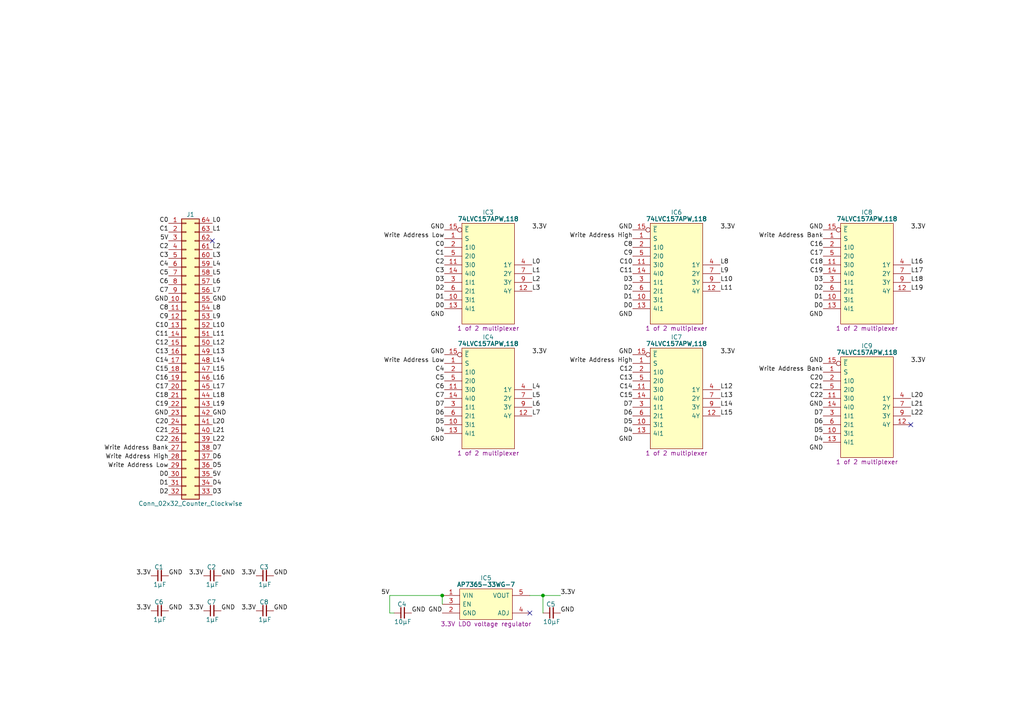
<source format=kicad_sch>
(kicad_sch (version 20230121) (generator eeschema)
  (paper "A4")
  (lib_symbols
    (symbol "Connector_Generic:Conn_02x32_Counter_Clockwise" (pin_names (offset 1.016) hide)
      (property "Reference" "J" (at 1.27 40.64 0))
      (property "Value" "Conn_02x32_Counter_Clockwise" (at 1.27 -43.18 0))
      (symbol "Conn_02x32_Counter_Clockwise_1_1"
        (rectangle (start -1.27 -40.513) (end 0 -40.767) (stroke (width 0.1524)))
        (rectangle (start -1.27 -37.973) (end 0 -38.227) (stroke (width 0.1524)))
        (rectangle (start -1.27 -35.433) (end 0 -35.687) (stroke (width 0.1524)))
        (rectangle (start -1.27 -32.893) (end 0 -33.147) (stroke (width 0.1524)))
        (rectangle (start -1.27 -30.353) (end 0 -30.607) (stroke (width 0.1524)))
        (rectangle (start -1.27 -27.813) (end 0 -28.067) (stroke (width 0.1524)))
        (rectangle (start -1.27 -25.273) (end 0 -25.527) (stroke (width 0.1524)))
        (rectangle (start -1.27 -22.733) (end 0 -22.987) (stroke (width 0.1524)))
        (rectangle (start -1.27 -20.193) (end 0 -20.447) (stroke (width 0.1524)))
        (rectangle (start -1.27 -17.653) (end 0 -17.907) (stroke (width 0.1524)))
        (rectangle (start -1.27 -15.113) (end 0 -15.367) (stroke (width 0.1524)))
        (rectangle (start -1.27 -12.573) (end 0 -12.827) (stroke (width 0.1524)))
        (rectangle (start -1.27 -10.033) (end 0 -10.287) (stroke (width 0.1524)))
        (rectangle (start -1.27 -7.493) (end 0 -7.747) (stroke (width 0.1524)))
        (rectangle (start -1.27 -4.953) (end 0 -5.207) (stroke (width 0.1524)))
        (rectangle (start -1.27 -2.413) (end 0 -2.667) (stroke (width 0.1524)))
        (rectangle (start -1.27 0.127) (end 0 -0.127) (stroke (width 0.1524)))
        (rectangle (start -1.27 2.667) (end 0 2.413) (stroke (width 0.1524)))
        (rectangle (start -1.27 5.207) (end 0 4.953) (stroke (width 0.1524)))
        (rectangle (start -1.27 7.747) (end 0 7.493) (stroke (width 0.1524)))
        (rectangle (start -1.27 10.287) (end 0 10.033) (stroke (width 0.1524)))
        (rectangle (start -1.27 12.827) (end 0 12.573) (stroke (width 0.1524)))
        (rectangle (start -1.27 15.367) (end 0 15.113) (stroke (width 0.1524)))
        (rectangle (start -1.27 17.907) (end 0 17.653) (stroke (width 0.1524)))
        (rectangle (start -1.27 20.447) (end 0 20.193) (stroke (width 0.1524)))
        (rectangle (start -1.27 22.987) (end 0 22.733) (stroke (width 0.1524)))
        (rectangle (start -1.27 25.527) (end 0 25.273) (stroke (width 0.1524)))
        (rectangle (start -1.27 28.067) (end 0 27.813) (stroke (width 0.1524)))
        (rectangle (start -1.27 30.607) (end 0 30.353) (stroke (width 0.1524)))
        (rectangle (start -1.27 33.147) (end 0 32.893) (stroke (width 0.1524)))
        (rectangle (start -1.27 35.687) (end 0 35.433) (stroke (width 0.1524)))
        (rectangle (start -1.27 38.227) (end 0 37.973) (stroke (width 0.1524)))
        (rectangle (start -1.27 39.37) (end 3.81 -41.91) (stroke (width 0.254)) (fill (type background)))
        (rectangle (start 3.81 -40.513) (end 2.54 -40.767) (stroke (width 0.1524)))
        (rectangle (start 3.81 -37.973) (end 2.54 -38.227) (stroke (width 0.1524)))
        (rectangle (start 3.81 -35.433) (end 2.54 -35.687) (stroke (width 0.1524)))
        (rectangle (start 3.81 -32.893) (end 2.54 -33.147) (stroke (width 0.1524)))
        (rectangle (start 3.81 -30.353) (end 2.54 -30.607) (stroke (width 0.1524)))
        (rectangle (start 3.81 -27.813) (end 2.54 -28.067) (stroke (width 0.1524)))
        (rectangle (start 3.81 -25.273) (end 2.54 -25.527) (stroke (width 0.1524)))
        (rectangle (start 3.81 -22.733) (end 2.54 -22.987) (stroke (width 0.1524)))
        (rectangle (start 3.81 -20.193) (end 2.54 -20.447) (stroke (width 0.1524)))
        (rectangle (start 3.81 -17.653) (end 2.54 -17.907) (stroke (width 0.1524)))
        (rectangle (start 3.81 -15.113) (end 2.54 -15.367) (stroke (width 0.1524)))
        (rectangle (start 3.81 -12.573) (end 2.54 -12.827) (stroke (width 0.1524)))
        (rectangle (start 3.81 -10.033) (end 2.54 -10.287) (stroke (width 0.1524)))
        (rectangle (start 3.81 -7.493) (end 2.54 -7.747) (stroke (width 0.1524)))
        (rectangle (start 3.81 -4.953) (end 2.54 -5.207) (stroke (width 0.1524)))
        (rectangle (start 3.81 -2.413) (end 2.54 -2.667) (stroke (width 0.1524)))
        (rectangle (start 3.81 0.127) (end 2.54 -0.127) (stroke (width 0.1524)))
        (rectangle (start 3.81 2.667) (end 2.54 2.413) (stroke (width 0.1524)))
        (rectangle (start 3.81 5.207) (end 2.54 4.953) (stroke (width 0.1524)))
        (rectangle (start 3.81 7.747) (end 2.54 7.493) (stroke (width 0.1524)))
        (rectangle (start 3.81 10.287) (end 2.54 10.033) (stroke (width 0.1524)))
        (rectangle (start 3.81 12.827) (end 2.54 12.573) (stroke (width 0.1524)))
        (rectangle (start 3.81 15.367) (end 2.54 15.113) (stroke (width 0.1524)))
        (rectangle (start 3.81 17.907) (end 2.54 17.653) (stroke (width 0.1524)))
        (rectangle (start 3.81 20.447) (end 2.54 20.193) (stroke (width 0.1524)))
        (rectangle (start 3.81 22.987) (end 2.54 22.733) (stroke (width 0.1524)))
        (rectangle (start 3.81 25.527) (end 2.54 25.273) (stroke (width 0.1524)))
        (rectangle (start 3.81 28.067) (end 2.54 27.813) (stroke (width 0.1524)))
        (rectangle (start 3.81 30.607) (end 2.54 30.353) (stroke (width 0.1524)))
        (rectangle (start 3.81 33.147) (end 2.54 32.893) (stroke (width 0.1524)))
        (rectangle (start 3.81 35.687) (end 2.54 35.433) (stroke (width 0.1524)))
        (rectangle (start 3.81 38.227) (end 2.54 37.973) (stroke (width 0.1524)))
        (pin passive line (at -5.08 38.1 0) (length 3.81) (name "Pin_1") (number "1"))
        (pin passive line (at -5.08 15.24 0) (length 3.81) (name "Pin_10") (number "10"))
        (pin passive line (at -5.08 12.7 0) (length 3.81) (name "Pin_11") (number "11"))
        (pin passive line (at -5.08 10.16 0) (length 3.81) (name "Pin_12") (number "12"))
        (pin passive line (at -5.08 7.62 0) (length 3.81) (name "Pin_13") (number "13"))
        (pin passive line (at -5.08 5.08 0) (length 3.81) (name "Pin_14") (number "14"))
        (pin passive line (at -5.08 2.54 0) (length 3.81) (name "Pin_15") (number "15"))
        (pin passive line (at -5.08 0 0) (length 3.81) (name "Pin_16") (number "16"))
        (pin passive line (at -5.08 -2.54 0) (length 3.81) (name "Pin_17") (number "17"))
        (pin passive line (at -5.08 -5.08 0) (length 3.81) (name "Pin_18") (number "18"))
        (pin passive line (at -5.08 -7.62 0) (length 3.81) (name "Pin_19") (number "19"))
        (pin passive line (at -5.08 35.56 0) (length 3.81) (name "Pin_2") (number "2"))
        (pin passive line (at -5.08 -10.16 0) (length 3.81) (name "Pin_20") (number "20"))
        (pin passive line (at -5.08 -12.7 0) (length 3.81) (name "Pin_21") (number "21"))
        (pin passive line (at -5.08 -15.24 0) (length 3.81) (name "Pin_22") (number "22"))
        (pin passive line (at -5.08 -17.78 0) (length 3.81) (name "Pin_23") (number "23"))
        (pin passive line (at -5.08 -20.32 0) (length 3.81) (name "Pin_24") (number "24"))
        (pin passive line (at -5.08 -22.86 0) (length 3.81) (name "Pin_25") (number "25"))
        (pin passive line (at -5.08 -25.4 0) (length 3.81) (name "Pin_26") (number "26"))
        (pin passive line (at -5.08 -27.94 0) (length 3.81) (name "Pin_27") (number "27"))
        (pin passive line (at -5.08 -30.48 0) (length 3.81) (name "Pin_28") (number "28"))
        (pin passive line (at -5.08 -33.02 0) (length 3.81) (name "Pin_29") (number "29"))
        (pin passive line (at -5.08 33.02 0) (length 3.81) (name "Pin_3") (number "3"))
        (pin passive line (at -5.08 -35.56 0) (length 3.81) (name "Pin_30") (number "30"))
        (pin passive line (at -5.08 -38.1 0) (length 3.81) (name "Pin_31") (number "31"))
        (pin passive line (at -5.08 -40.64 0) (length 3.81) (name "Pin_32") (number "32"))
        (pin passive line (at 7.62 -40.64 180) (length 3.81) (name "Pin_33") (number "33"))
        (pin passive line (at 7.62 -38.1 180) (length 3.81) (name "Pin_34") (number "34"))
        (pin passive line (at 7.62 -35.56 180) (length 3.81) (name "Pin_35") (number "35"))
        (pin passive line (at 7.62 -33.02 180) (length 3.81) (name "Pin_36") (number "36"))
        (pin passive line (at 7.62 -30.48 180) (length 3.81) (name "Pin_37") (number "37"))
        (pin passive line (at 7.62 -27.94 180) (length 3.81) (name "Pin_38") (number "38"))
        (pin passive line (at 7.62 -25.4 180) (length 3.81) (name "Pin_39") (number "39"))
        (pin passive line (at -5.08 30.48 0) (length 3.81) (name "Pin_4") (number "4"))
        (pin passive line (at 7.62 -22.86 180) (length 3.81) (name "Pin_40") (number "40"))
        (pin passive line (at 7.62 -20.32 180) (length 3.81) (name "Pin_41") (number "41"))
        (pin passive line (at 7.62 -17.78 180) (length 3.81) (name "Pin_42") (number "42"))
        (pin passive line (at 7.62 -15.24 180) (length 3.81) (name "Pin_43") (number "43"))
        (pin passive line (at 7.62 -12.7 180) (length 3.81) (name "Pin_44") (number "44"))
        (pin passive line (at 7.62 -10.16 180) (length 3.81) (name "Pin_45") (number "45"))
        (pin passive line (at 7.62 -7.62 180) (length 3.81) (name "Pin_46") (number "46"))
        (pin passive line (at 7.62 -5.08 180) (length 3.81) (name "Pin_47") (number "47"))
        (pin passive line (at 7.62 -2.54 180) (length 3.81) (name "Pin_48") (number "48"))
        (pin passive line (at 7.62 0 180) (length 3.81) (name "Pin_49") (number "49"))
        (pin passive line (at -5.08 27.94 0) (length 3.81) (name "Pin_5") (number "5"))
        (pin passive line (at 7.62 2.54 180) (length 3.81) (name "Pin_50") (number "50"))
        (pin passive line (at 7.62 5.08 180) (length 3.81) (name "Pin_51") (number "51"))
        (pin passive line (at 7.62 7.62 180) (length 3.81) (name "Pin_52") (number "52"))
        (pin passive line (at 7.62 10.16 180) (length 3.81) (name "Pin_53") (number "53"))
        (pin passive line (at 7.62 12.7 180) (length 3.81) (name "Pin_54") (number "54"))
        (pin passive line (at 7.62 15.24 180) (length 3.81) (name "Pin_55") (number "55"))
        (pin passive line (at 7.62 17.78 180) (length 3.81) (name "Pin_56") (number "56"))
        (pin passive line (at 7.62 20.32 180) (length 3.81) (name "Pin_57") (number "57"))
        (pin passive line (at 7.62 22.86 180) (length 3.81) (name "Pin_58") (number "58"))
        (pin passive line (at 7.62 25.4 180) (length 3.81) (name "Pin_59") (number "59"))
        (pin passive line (at -5.08 25.4 0) (length 3.81) (name "Pin_6") (number "6"))
        (pin passive line (at 7.62 27.94 180) (length 3.81) (name "Pin_60") (number "60"))
        (pin passive line (at 7.62 30.48 180) (length 3.81) (name "Pin_61") (number "61"))
        (pin passive line (at 7.62 33.02 180) (length 3.81) (name "Pin_62") (number "62"))
        (pin passive line (at 7.62 35.56 180) (length 3.81) (name "Pin_63") (number "63"))
        (pin passive line (at 7.62 38.1 180) (length 3.81) (name "Pin_64") (number "64"))
        (pin passive line (at -5.08 22.86 0) (length 3.81) (name "Pin_7") (number "7"))
        (pin passive line (at -5.08 20.32 0) (length 3.81) (name "Pin_8") (number "8"))
        (pin passive line (at -5.08 17.78 0) (length 3.81) (name "Pin_9") (number "9"))
      )
    )
    (symbol "Diodes_Inc:AP7365-33WG-7" (pin_names (offset 0.762))
      (property "Reference" "IC" (at 12.7 5.08 0))
      (property "Value" "AP7365-33WG-7" (at 12.7 3.175 0))
      (property "Description" "3.3V LDO voltage regulator" (at 12.7 -8.255 0))
      (symbol "AP7365-33WG-7_0_0"
        (pin passive line (at 0 0 0) (length 5.08) (name "VIN") (number "1"))
        (pin passive line (at 0 -5.08 0) (length 5.08) (name "GND") (number "2"))
        (pin input line (at 0 -2.54 0) (length 5.08) (name "EN") (number "3"))
        (pin passive line (at 25.4 -5.08 180) (length 5.08) (name "ADJ") (number "4"))
        (pin passive line (at 25.4 0 180) (length 5.08) (name "VOUT") (number "5"))
      )
      (symbol "AP7365-33WG-7_0_1"
        (polyline (pts (xy 5.08 1.905) (xy 20.32 1.905) (xy 20.32 -6.985) (xy 5.08 -6.985) (xy 5.08 1.905)) (fill (type background)))
      )
    )
    (symbol "HCP65:C_0805" (pin_numbers hide) (pin_names (offset 0.254) hide)
      (property "Reference" "C" (at 2.286 2.54 0))
      (property "Value" "?μF" (at 2.54 -2.54 0))
      (symbol "C_0805_0_1"
        (polyline (pts (xy 1.9685 -1.4605) (xy 1.9685 1.5875)) (stroke (width 0.3048)))
        (polyline (pts (xy 2.9845 -1.4605) (xy 2.9845 1.5875)) (stroke (width 0.3302)))
      )
      (symbol "C_0805_1_1"
        (pin passive line (at 0 0 0) (length 2.032) (name "~") (number "1"))
        (pin passive line (at 5.08 0 180) (length 2.032) (name "~") (number "2"))
      )
    )
    (symbol "Nexperia:74LVC157APW,118" (pin_names (offset 0.762))
      (property "Reference" "IC" (at 12.7 5.08 0))
      (property "Value" "74LVC157APW,118" (at 12.7 3.175 0))
      (property "Description" "1 of 2 multiplexer" (at 12.7 -28.575 0))
      (symbol "74LVC157APW,118_0_0"
        (pin input line (at 0 -2.54 0) (length 5.08) (name "S") (number "1"))
        (pin input line (at 0 -20.32 0) (length 5.08) (name "3I1") (number "10"))
        (pin input line (at 0 -10.16 0) (length 5.08) (name "3I0") (number "11"))
        (pin output line (at 25.4 -17.78 180) (length 5.08) (name "4Y") (number "12"))
        (pin input line (at 0 -22.86 0) (length 5.08) (name "4I1") (number "13"))
        (pin input line (at 0 -12.7 0) (length 5.08) (name "4I0") (number "14"))
        (pin passive line (at 25.4 0 180) (length 5.08) hide (name "3V") (number "16"))
        (pin input line (at 0 -5.08 0) (length 5.08) (name "1I0") (number "2"))
        (pin input line (at 0 -15.24 0) (length 5.08) (name "1I1") (number "3"))
        (pin output line (at 25.4 -10.16 180) (length 5.08) (name "1Y") (number "4"))
        (pin input line (at 0 -7.62 0) (length 5.08) (name "2I0") (number "5"))
        (pin input line (at 0 -17.78 0) (length 5.08) (name "2I1") (number "6"))
        (pin output line (at 25.4 -12.7 180) (length 5.08) (name "2Y") (number "7"))
        (pin passive line (at 0 -25.4 0) (length 5.08) hide (name "GND") (number "8"))
        (pin output line (at 25.4 -15.24 180) (length 5.08) (name "3Y") (number "9"))
      )
      (symbol "74LVC157APW,118_0_1"
        (polyline (pts (xy 5.08 1.905) (xy 20.32 1.905) (xy 20.32 -27.305) (xy 5.08 -27.305) (xy 5.08 1.905)) (stroke (width 0.1524)) (fill (type background)))
      )
      (symbol "74LVC157APW,118_1_0"
        (pin input inverted (at 0 0 0) (length 5.08) (name "~{E}") (number "15"))
      )
    )
  )
  (junction (at 128.27 172.72))
  (junction (at 157.48 172.72))
  (no_connect (at 61.595 69.85))
  (no_connect (at 153.67 177.8))
  (no_connect (at 264.16 123.19))
  (wire (pts (xy 157.48 177.8) (xy 157.48 172.72)))
  (wire (pts (xy 113.03 172.72) (xy 128.27 172.72)))
  (wire (pts (xy 128.27 172.72) (xy 128.27 175.26)))
  (wire (pts (xy 153.67 172.72) (xy 157.48 172.72)))
  (wire (pts (xy 113.03 172.72) (xy 113.03 177.8)))
  (wire (pts (xy 113.03 177.8) (xy 114.3 177.8)))
  (wire (pts (xy 157.48 172.72) (xy 162.56 172.72)))
  (label "Write Address Bank" (at 48.895 130.81 180))
  (label "L16" (at 264.16 76.835 0))
  (label "C20" (at 238.76 110.49 180))
  (label "C12" (at 48.895 100.33 180))
  (label "D1" (at 238.76 86.995 180))
  (label "D3" (at 183.515 81.915 180))
  (label "C15" (at 183.515 115.57 180))
  (label "L20" (at 61.595 123.19 0))
  (label "C7" (at 48.895 85.09 180))
  (label "C16" (at 48.895 110.49 180))
  (label "3.3V" (at 154.305 66.675 0))
  (label "C1" (at 128.905 74.295 180))
  (label "GND" (at 128.905 102.87 180))
  (label "GND" (at 128.905 128.27 180))
  (label "L19" (at 264.16 84.455 0))
  (label "GND" (at 238.76 105.41 180))
  (label "5V" (at 61.595 138.43 0))
  (label "D7" (at 183.515 118.11 180))
  (label "C1" (at 48.895 67.31 180))
  (label "GND" (at 64.135 177.165 0))
  (label "3.3V" (at 59.055 167.005 180))
  (label "L5" (at 154.305 115.57 0))
  (label "GND" (at 162.56 177.8 0))
  (label "3.3V" (at 208.915 66.675 0))
  (label "5V" (at 48.895 69.85 180))
  (label "L11" (at 61.595 97.79 0))
  (label "C22" (at 238.76 115.57 180))
  (label "GND" (at 238.76 92.075 180))
  (label "D6" (at 238.76 123.19 180))
  (label "D0" (at 128.905 89.535 180))
  (label "L13" (at 61.595 102.87 0))
  (label "D0" (at 48.895 138.43 180))
  (label "L2" (at 61.595 72.39 0))
  (label "L17" (at 264.16 79.375 0))
  (label "C13" (at 48.895 102.87 180))
  (label "L21" (at 61.595 125.73 0))
  (label "C14" (at 183.515 113.03 180))
  (label "GND" (at 48.895 167.005 0))
  (label "C21" (at 48.895 125.73 180))
  (label "L1" (at 154.305 79.375 0))
  (label "C13" (at 183.515 110.49 180))
  (label "C6" (at 48.895 82.55 180))
  (label "L7" (at 61.595 85.09 0))
  (label "D7" (at 128.905 118.11 180))
  (label "L2" (at 154.305 81.915 0))
  (label "GND" (at 79.375 177.165 0))
  (label "C17" (at 238.76 74.295 180))
  (label "L7" (at 154.305 120.65 0))
  (label "D2" (at 128.905 84.455 180))
  (label "GND" (at 119.38 177.8 0))
  (label "5V" (at 113.03 172.72 180))
  (label "3.3V" (at 43.815 177.165 180))
  (label "L9" (at 61.595 92.71 0))
  (label "C21" (at 238.76 113.03 180))
  (label "D5" (at 61.595 135.89 0))
  (label "GND" (at 128.905 92.075 180))
  (label "C8" (at 183.515 71.755 180))
  (label "3.3V" (at 264.16 66.675 0))
  (label "C22" (at 48.895 128.27 180))
  (label "L14" (at 61.595 105.41 0))
  (label "C5" (at 128.905 110.49 180))
  (label "GND" (at 183.515 128.27 180))
  (label "D3" (at 61.595 143.51 0))
  (label "C4" (at 48.895 77.47 180))
  (label "D5" (at 128.905 123.19 180))
  (label "D0" (at 183.515 89.535 180))
  (label "L10" (at 208.915 81.915 0))
  (label "GND" (at 48.895 177.165 0))
  (label "C9" (at 183.515 74.295 180))
  (label "GND" (at 128.27 177.8 180))
  (label "Write Address High" (at 183.515 69.215 180))
  (label "L19" (at 61.595 118.11 0))
  (label "D6" (at 183.515 120.65 180))
  (label "D7" (at 61.595 130.81 0))
  (label "L3" (at 61.595 74.93 0))
  (label "C9" (at 48.895 92.71 180))
  (label "L10" (at 61.595 95.25 0))
  (label "C0" (at 48.895 64.77 180))
  (label "GND" (at 48.895 87.63 180))
  (label "D0" (at 238.76 89.535 180))
  (label "D5" (at 183.515 123.19 180))
  (label "C17" (at 48.895 113.03 180))
  (label "C11" (at 48.895 97.79 180))
  (label "L21" (at 264.16 118.11 0))
  (label "C15" (at 48.895 107.95 180))
  (label "GND" (at 79.375 167.005 0))
  (label "D3" (at 238.76 81.915 180))
  (label "C8" (at 48.895 90.17 180))
  (label "L12" (at 61.595 100.33 0))
  (label "L16" (at 61.595 110.49 0))
  (label "GND" (at 61.595 87.63 0))
  (label "C14" (at 48.895 105.41 180))
  (label "L0" (at 154.305 76.835 0))
  (label "L17" (at 61.595 113.03 0))
  (label "L15" (at 208.915 120.65 0))
  (label "C16" (at 238.76 71.755 180))
  (label "D4" (at 61.595 140.97 0))
  (label "C12" (at 183.515 107.95 180))
  (label "D6" (at 61.595 133.35 0))
  (label "GND" (at 238.76 66.675 180))
  (label "C7" (at 128.905 115.57 180))
  (label "C2" (at 128.905 76.835 180))
  (label "C2" (at 48.895 72.39 180))
  (label "D2" (at 183.515 84.455 180))
  (label "D7" (at 238.76 120.65 180))
  (label "Write Address Low" (at 48.895 135.89 180))
  (label "GND" (at 128.905 66.675 180))
  (label "GND" (at 238.76 130.81 180))
  (label "GND" (at 183.515 92.075 180))
  (label "GND" (at 48.895 120.65 180))
  (label "3.3V" (at 59.055 177.165 180))
  (label "C10" (at 48.895 95.25 180))
  (label "C11" (at 183.515 79.375 180))
  (label "Write Address Low" (at 128.905 69.215 180))
  (label "Write Address High" (at 183.515 105.41 180))
  (label "D6" (at 128.905 120.65 180))
  (label "C10" (at 183.515 76.835 180))
  (label "C18" (at 238.76 76.835 180))
  (label "C3" (at 128.905 79.375 180))
  (label "Write Address Bank" (at 238.76 107.95 180))
  (label "L0" (at 61.595 64.77 0))
  (label "3.3V" (at 162.56 172.72 0))
  (label "L15" (at 61.595 107.95 0))
  (label "C19" (at 48.895 118.11 180))
  (label "D1" (at 183.515 86.995 180))
  (label "C4" (at 128.905 107.95 180))
  (label "L12" (at 208.915 113.03 0))
  (label "D2" (at 48.895 143.51 180))
  (label "L5" (at 61.595 80.01 0))
  (label "L3" (at 154.305 84.455 0))
  (label "Write Address Bank" (at 238.76 69.215 180))
  (label "L18" (at 61.595 115.57 0))
  (label "GND" (at 238.76 118.11 180))
  (label "D1" (at 48.895 140.97 180))
  (label "3.3V" (at 264.16 105.41 0))
  (label "L11" (at 208.915 84.455 0))
  (label "L22" (at 61.595 128.27 0))
  (label "L1" (at 61.595 67.31 0))
  (label "L6" (at 61.595 82.55 0))
  (label "D5" (at 238.76 125.73 180))
  (label "GND" (at 183.515 102.87 180))
  (label "Write Address Low" (at 128.905 105.41 180))
  (label "C3" (at 48.895 74.93 180))
  (label "Write Address High" (at 48.895 133.35 180))
  (label "L4" (at 61.595 77.47 0))
  (label "3.3V" (at 74.295 177.165 180))
  (label "D4" (at 238.76 128.27 180))
  (label "L13" (at 208.915 115.57 0))
  (label "C18" (at 48.895 115.57 180))
  (label "D1" (at 128.905 86.995 180))
  (label "L18" (at 264.16 81.915 0))
  (label "L9" (at 208.915 79.375 0))
  (label "C20" (at 48.895 123.19 180))
  (label "L14" (at 208.915 118.11 0))
  (label "C5" (at 48.895 80.01 180))
  (label "3.3V" (at 208.915 102.87 0))
  (label "L6" (at 154.305 118.11 0))
  (label "L20" (at 264.16 115.57 0))
  (label "L4" (at 154.305 113.03 0))
  (label "L8" (at 61.595 90.17 0))
  (label "D3" (at 128.905 81.915 180))
  (label "GND" (at 61.595 120.65 0))
  (label "C19" (at 238.76 79.375 180))
  (label "C0" (at 128.905 71.755 180))
  (label "D4" (at 128.905 125.73 180))
  (label "D4" (at 183.515 125.73 180))
  (label "3.3V" (at 43.815 167.005 180))
  (label "D2" (at 238.76 84.455 180))
  (label "3.3V" (at 154.305 102.87 0))
  (label "C6" (at 128.905 113.03 180))
  (label "L22" (at 264.16 120.65 0))
  (label "L8" (at 208.915 76.835 0))
  (label "GND" (at 183.515 66.675 180))
  (label "GND" (at 64.135 167.005 0))
  (label "3.3V" (at 74.295 167.005 180))
  (symbol (lib_id "Connector_Generic:Conn_02x32_Counter_Clockwise") (at 53.975 102.87 0) (unit 1)
    (property "Reference" "J1" (at 55.245 62.23 0))
    (property "Value" "Conn_02x32_Counter_Clockwise" (at 55.245 146.05 0))
    (property "Footprint" "SamacSys_Parts:DIP-64_Board_W15.24mm" (effects hide))
  )
  (symbol (lib_id "Nexperia:74LVC157APW,118") (at 238.76 105.41 0) (unit 1)
    (property "Reference" "IC9" (at 251.46 100.33 0))
    (property "Value" "74LVC157APW,118" (at 251.46 102.235 0) (effects (font bold)))
    (property "Footprint" "SOP65P640X110-16N" (effects hide))
    (property "Datasheet" "https://assets.nexperia.com/documents/data-sheet/74LVC157A.pdf" (effects hide))
    (property "Description" "1 of 2 multiplexer" (at 251.46 133.985 0))
    (property "Height" "1.1" (effects hide))
    (property "Mouser Part Number" "771-74LVC157APW-T" (effects hide))
    (property "Mouser Price/Stock" "https://www.mouser.co.uk/ProductDetail/Nexperia/74LVC157APW118?qs=me8TqzrmIYWzCqHfrjyLrQ%3D%3D" (effects hide))
    (property "Manufacturer_Name" "Nexperia" (effects hide))
    (property "Manufacturer_Part_Number" "74LVC157APW,118" (effects hide))
    (property "Silkscreen" "74LVC157" (effects hide))
  )
  (symbol (lib_id "Nexperia:74LVC157APW,118") (at 128.905 102.87 0) (unit 1)
    (property "Reference" "IC4" (at 141.605 97.79 0))
    (property "Value" "74LVC157APW,118" (at 141.605 99.695 0) (effects (font bold)))
    (property "Footprint" "SOP65P640X110-16N" (effects hide))
    (property "Datasheet" "https://assets.nexperia.com/documents/data-sheet/74LVC157A.pdf" (effects hide))
    (property "Description" "1 of 2 multiplexer" (at 141.605 131.445 0))
    (property "Height" "1.1" (effects hide))
    (property "Mouser Part Number" "771-74LVC157APW-T" (effects hide))
    (property "Mouser Price/Stock" "https://www.mouser.co.uk/ProductDetail/Nexperia/74LVC157APW118?qs=me8TqzrmIYWzCqHfrjyLrQ%3D%3D" (effects hide))
    (property "Manufacturer_Name" "Nexperia" (effects hide))
    (property "Manufacturer_Part_Number" "74LVC157APW,118" (effects hide))
    (property "Silkscreen" "74LVC157" (effects hide))
  )
  (symbol (lib_id "Nexperia:74LVC157APW,118") (at 238.76 66.675 0) (unit 1)
    (property "Reference" "IC8" (at 251.46 61.595 0))
    (property "Value" "74LVC157APW,118" (at 251.46 63.5 0) (effects (font bold)))
    (property "Footprint" "SOP65P640X110-16N" (effects hide))
    (property "Datasheet" "https://assets.nexperia.com/documents/data-sheet/74LVC157A.pdf" (effects hide))
    (property "Description" "1 of 2 multiplexer" (at 251.46 95.25 0))
    (property "Height" "1.1" (effects hide))
    (property "Mouser Part Number" "771-74LVC157APW-T" (effects hide))
    (property "Mouser Price/Stock" "https://www.mouser.co.uk/ProductDetail/Nexperia/74LVC157APW118?qs=me8TqzrmIYWzCqHfrjyLrQ%3D%3D" (effects hide))
    (property "Manufacturer_Name" "Nexperia" (effects hide))
    (property "Manufacturer_Part_Number" "74LVC157APW,118" (effects hide))
    (property "Silkscreen" "74LVC157" (effects hide))
  )
  (symbol (lib_id "HCP65:C_0805") (at 114.3 177.8 0) (unit 1)
    (property "Reference" "C4" (at 116.586 175.26 0))
    (property "Value" "10µF" (at 114.3 180.34 0) (effects (justify left)))
    (property "Footprint" "SamacSys_Parts:C_0805" (effects hide))
  )
  (symbol (lib_id "Nexperia:74LVC157APW,118") (at 183.515 66.675 0) (unit 1)
    (property "Reference" "IC6" (at 196.215 61.595 0))
    (property "Value" "74LVC157APW,118" (at 196.215 63.5 0) (effects (font bold)))
    (property "Footprint" "SOP65P640X110-16N" (effects hide))
    (property "Datasheet" "https://assets.nexperia.com/documents/data-sheet/74LVC157A.pdf" (effects hide))
    (property "Description" "1 of 2 multiplexer" (at 196.215 95.25 0))
    (property "Height" "1.1" (effects hide))
    (property "Mouser Part Number" "771-74LVC157APW-T" (effects hide))
    (property "Mouser Price/Stock" "https://www.mouser.co.uk/ProductDetail/Nexperia/74LVC157APW118?qs=me8TqzrmIYWzCqHfrjyLrQ%3D%3D" (effects hide))
    (property "Manufacturer_Name" "Nexperia" (effects hide))
    (property "Manufacturer_Part_Number" "74LVC157APW,118" (effects hide))
    (property "Silkscreen" "74LVC157" (effects hide))
  )
  (symbol (lib_id "Diodes_Inc:AP7365-33WG-7") (at 128.27 172.72 0) (unit 1)
    (property "Reference" "IC5" (at 140.97 167.64 0))
    (property "Value" "AP7365-33WG-7" (at 140.97 169.545 0) (effects (font bold)))
    (property "Footprint" "SOT95P285X130-5N" (effects hide))
    (property "Datasheet" "https://componentsearchengine.com/Datasheets/1/AP7365-33WG-7.pdf" (effects hide))
    (property "Description" "3.3V LDO voltage regulator" (at 140.97 180.975 0))
    (property "Height" "1.3" (effects hide))
    (property "Manufacturer_Name" "Diodes Inc." (effects hide))
    (property "Manufacturer_Part_Number" "AP7365-33WG-7" (effects hide))
    (property "Mouser Part Number" "621-AP7365-33WG-7" (effects hide))
    (property "Mouser Price/Stock" "https://www.mouser.co.uk/ProductDetail/Diodes-Incorporated/AP7365-33WG-7?qs=abZ1nkZpTuOZFvxvoFPL0w%3D%3D" (effects hide))
    (property "Arrow Part Number" "AP7365-33WG-7" (effects hide))
    (property "Arrow Price/Stock" "https://www.arrow.com/en/products/ap7365-33wg-7/diodes-incorporated?region=nac" (effects hide))
    (property "Silkscreen" "AP7365" (effects hide))
  )
  (symbol (lib_id "Nexperia:74LVC157APW,118") (at 128.905 66.675 0) (unit 1)
    (property "Reference" "IC3" (at 141.605 61.595 0))
    (property "Value" "74LVC157APW,118" (at 141.605 63.5 0) (effects (font bold)))
    (property "Footprint" "SOP65P640X110-16N" (effects hide))
    (property "Datasheet" "https://assets.nexperia.com/documents/data-sheet/74LVC157A.pdf" (effects hide))
    (property "Description" "1 of 2 multiplexer" (at 141.605 95.25 0))
    (property "Height" "1.1" (effects hide))
    (property "Mouser Part Number" "771-74LVC157APW-T" (effects hide))
    (property "Mouser Price/Stock" "https://www.mouser.co.uk/ProductDetail/Nexperia/74LVC157APW118?qs=me8TqzrmIYWzCqHfrjyLrQ%3D%3D" (effects hide))
    (property "Manufacturer_Name" "Nexperia" (effects hide))
    (property "Manufacturer_Part_Number" "74LVC157APW,118" (effects hide))
    (property "Silkscreen" "74LVC157" (effects hide))
  )
  (symbol (lib_id "HCP65:C_0805") (at 43.815 167.005 0) (unit 1)
    (property "Reference" "C1" (at 46.101 164.465 0))
    (property "Value" "1μF" (at 46.355 169.545 0))
    (property "Footprint" "SamacSys_Parts:C_0805" (effects hide))
  )
  (symbol (lib_id "HCP65:C_0805") (at 157.48 177.8 0) (unit 1)
    (property "Reference" "C5" (at 159.766 175.26 0))
    (property "Value" "10µF" (at 157.48 180.34 0) (effects (justify left)))
    (property "Footprint" "SamacSys_Parts:C_0805" (effects hide))
  )
  (symbol (lib_id "HCP65:C_0805") (at 74.295 177.165 0) (unit 1)
    (property "Reference" "C8" (at 76.581 174.625 0))
    (property "Value" "1μF" (at 76.835 179.705 0))
    (property "Footprint" "SamacSys_Parts:C_0805" (effects hide))
  )
  (symbol (lib_id "HCP65:C_0805") (at 59.055 177.165 0) (unit 1)
    (property "Reference" "C7" (at 61.341 174.625 0))
    (property "Value" "1μF" (at 61.595 179.705 0))
    (property "Footprint" "SamacSys_Parts:C_0805" (effects hide))
  )
  (symbol (lib_id "HCP65:C_0805") (at 43.815 177.165 0) (unit 1)
    (property "Reference" "C6" (at 46.101 174.625 0))
    (property "Value" "1μF" (at 46.355 179.705 0))
    (property "Footprint" "SamacSys_Parts:C_0805" (effects hide))
  )
  (symbol (lib_id "HCP65:C_0805") (at 74.295 167.005 0) (unit 1)
    (property "Reference" "C3" (at 76.581 164.465 0))
    (property "Value" "1μF" (at 76.835 169.545 0))
    (property "Footprint" "SamacSys_Parts:C_0805" (effects hide))
  )
  (symbol (lib_id "Nexperia:74LVC157APW,118") (at 183.515 102.87 0) (unit 1)
    (property "Reference" "IC7" (at 196.215 97.79 0))
    (property "Value" "74LVC157APW,118" (at 196.215 99.695 0) (effects (font bold)))
    (property "Footprint" "SOP65P640X110-16N" (effects hide))
    (property "Datasheet" "https://assets.nexperia.com/documents/data-sheet/74LVC157A.pdf" (effects hide))
    (property "Description" "1 of 2 multiplexer" (at 196.215 131.445 0))
    (property "Height" "1.1" (effects hide))
    (property "Mouser Part Number" "771-74LVC157APW-T" (effects hide))
    (property "Mouser Price/Stock" "https://www.mouser.co.uk/ProductDetail/Nexperia/74LVC157APW118?qs=me8TqzrmIYWzCqHfrjyLrQ%3D%3D" (effects hide))
    (property "Manufacturer_Name" "Nexperia" (effects hide))
    (property "Manufacturer_Part_Number" "74LVC157APW,118" (effects hide))
    (property "Silkscreen" "74LVC157" (effects hide))
  )
  (symbol (lib_id "HCP65:C_0805") (at 59.055 167.005 0) (unit 1)
    (property "Reference" "C2" (at 61.341 164.465 0))
    (property "Value" "1μF" (at 61.595 169.545 0))
    (property "Footprint" "SamacSys_Parts:C_0805" (effects hide))
  )
)
</source>
